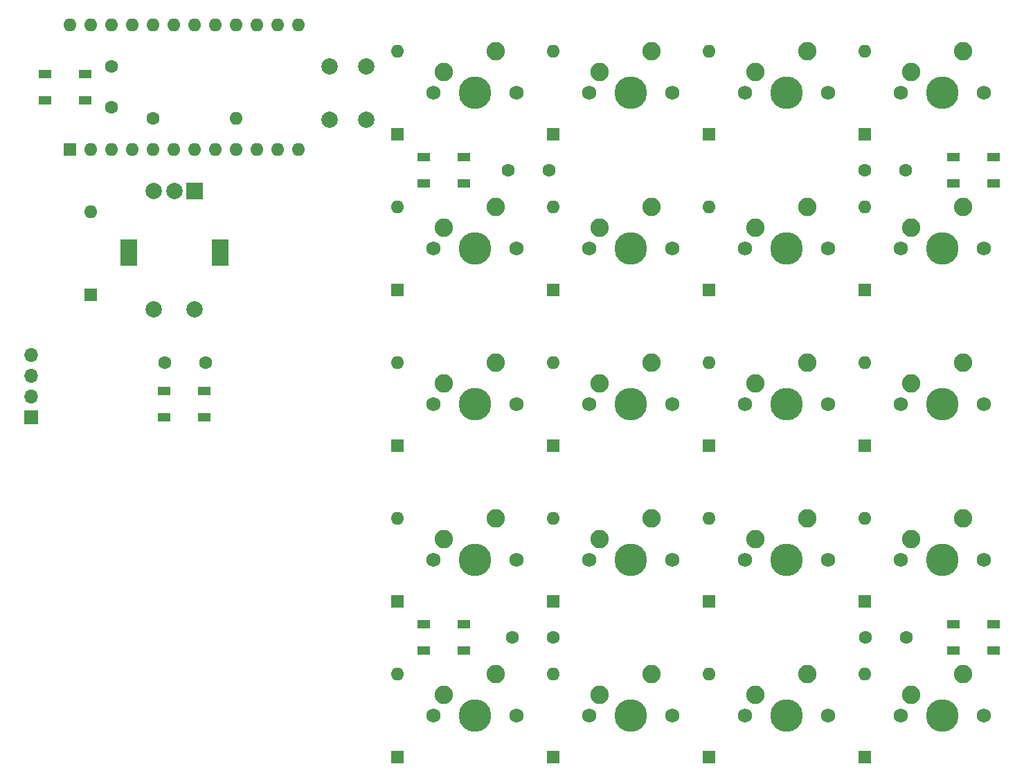
<source format=gbs>
G04 #@! TF.GenerationSoftware,KiCad,Pcbnew,(5.1.10)-1*
G04 #@! TF.CreationDate,2021-09-28T21:06:42+02:00*
G04 #@! TF.ProjectId,SheepyPad,53686565-7079-4506-9164-2e6b69636164,rev?*
G04 #@! TF.SameCoordinates,Original*
G04 #@! TF.FileFunction,Soldermask,Bot*
G04 #@! TF.FilePolarity,Negative*
%FSLAX46Y46*%
G04 Gerber Fmt 4.6, Leading zero omitted, Abs format (unit mm)*
G04 Created by KiCad (PCBNEW (5.1.10)-1) date 2021-09-28 21:06:42*
%MOMM*%
%LPD*%
G01*
G04 APERTURE LIST*
%ADD10C,1.600000*%
%ADD11O,1.600000X1.600000*%
%ADD12R,1.600000X1.600000*%
%ADD13O,1.700000X1.700000*%
%ADD14R,1.700000X1.700000*%
%ADD15R,1.500000X1.000000*%
%ADD16C,2.000000*%
%ADD17C,2.250000*%
%ADD18C,3.987800*%
%ADD19C,1.750000*%
%ADD20R,2.000000X2.000000*%
%ADD21R,2.000000X3.200000*%
G04 APERTURE END LIST*
D10*
X71755000Y-57070000D03*
X71755000Y-52070000D03*
X125269000Y-64770000D03*
X120269000Y-64770000D03*
X163830000Y-64770000D03*
X168830000Y-64770000D03*
X163910000Y-121920000D03*
X168910000Y-121920000D03*
X125730000Y-121920000D03*
X120730000Y-121920000D03*
X83232000Y-88265000D03*
X78232000Y-88265000D03*
D11*
X94615000Y-46990000D03*
X92075000Y-46990000D03*
X89535000Y-46990000D03*
D12*
X66675000Y-62230000D03*
D11*
X86995000Y-46990000D03*
X69215000Y-62230000D03*
X84455000Y-46990000D03*
X71755000Y-62230000D03*
X81915000Y-46990000D03*
X74295000Y-62230000D03*
X79375000Y-46990000D03*
X76835000Y-62230000D03*
X76835000Y-46990000D03*
X79375000Y-62230000D03*
X74295000Y-46990000D03*
X81915000Y-62230000D03*
X71755000Y-46990000D03*
X84455000Y-62230000D03*
X69215000Y-46990000D03*
X86995000Y-62230000D03*
X66675000Y-46990000D03*
X89535000Y-62230000D03*
X92075000Y-62230000D03*
X94615000Y-62230000D03*
D13*
X61925000Y-87345000D03*
X61925000Y-89885000D03*
X61925000Y-92425000D03*
D14*
X61925000Y-94965000D03*
D15*
X109945000Y-66370000D03*
X109945000Y-63170000D03*
X114845000Y-66370000D03*
X114845000Y-63170000D03*
X109945000Y-123520000D03*
X109945000Y-120320000D03*
X114845000Y-123520000D03*
X114845000Y-120320000D03*
X174715000Y-66370000D03*
X174715000Y-63170000D03*
X179615000Y-66370000D03*
X179615000Y-63170000D03*
X83095000Y-91745000D03*
X83095000Y-94945000D03*
X78195000Y-91745000D03*
X78195000Y-94945000D03*
X179615000Y-120320000D03*
X179615000Y-123520000D03*
X174715000Y-120320000D03*
X174715000Y-123520000D03*
X68490000Y-53010000D03*
X68490000Y-56210000D03*
X63590000Y-53010000D03*
X63590000Y-56210000D03*
D16*
X102870000Y-58570000D03*
X98370000Y-58570000D03*
X102870000Y-52070000D03*
X98370000Y-52070000D03*
D11*
X86995000Y-58420000D03*
D10*
X76835000Y-58420000D03*
D11*
X69151500Y-69850000D03*
D12*
X69151500Y-80010000D03*
D17*
X118745000Y-50165000D03*
D18*
X116205000Y-55245000D03*
D17*
X112395000Y-52705000D03*
D19*
X111125000Y-55245000D03*
X121285000Y-55245000D03*
D17*
X118745000Y-107315000D03*
D18*
X116205000Y-112395000D03*
D17*
X112395000Y-109855000D03*
D19*
X111125000Y-112395000D03*
X121285000Y-112395000D03*
D11*
X144780000Y-69215000D03*
D12*
X144780000Y-79375000D03*
D20*
X81915000Y-67310000D03*
D16*
X79415000Y-67310000D03*
X76915000Y-67310000D03*
D21*
X85015000Y-74810000D03*
X73815000Y-74810000D03*
D16*
X81915000Y-81810000D03*
X76915000Y-81810000D03*
D17*
X175895000Y-126365000D03*
D18*
X173355000Y-131445000D03*
D17*
X169545000Y-128905000D03*
D19*
X168275000Y-131445000D03*
X178435000Y-131445000D03*
D17*
X175895000Y-107315000D03*
D18*
X173355000Y-112395000D03*
D17*
X169545000Y-109855000D03*
D19*
X168275000Y-112395000D03*
X178435000Y-112395000D03*
D17*
X175895000Y-88265000D03*
D18*
X173355000Y-93345000D03*
D17*
X169545000Y-90805000D03*
D19*
X168275000Y-93345000D03*
X178435000Y-93345000D03*
D17*
X175895000Y-69215000D03*
D18*
X173355000Y-74295000D03*
D17*
X169545000Y-71755000D03*
D19*
X168275000Y-74295000D03*
X178435000Y-74295000D03*
D17*
X175895000Y-50165000D03*
D18*
X173355000Y-55245000D03*
D17*
X169545000Y-52705000D03*
D19*
X168275000Y-55245000D03*
X178435000Y-55245000D03*
D17*
X156845000Y-126365000D03*
D18*
X154305000Y-131445000D03*
D17*
X150495000Y-128905000D03*
D19*
X149225000Y-131445000D03*
X159385000Y-131445000D03*
D17*
X156845000Y-107315000D03*
D18*
X154305000Y-112395000D03*
D17*
X150495000Y-109855000D03*
D19*
X149225000Y-112395000D03*
X159385000Y-112395000D03*
D17*
X156845000Y-88265000D03*
D18*
X154305000Y-93345000D03*
D17*
X150495000Y-90805000D03*
D19*
X149225000Y-93345000D03*
X159385000Y-93345000D03*
D17*
X156845000Y-69215000D03*
D18*
X154305000Y-74295000D03*
D17*
X150495000Y-71755000D03*
D19*
X149225000Y-74295000D03*
X159385000Y-74295000D03*
D17*
X156845000Y-50165000D03*
D18*
X154305000Y-55245000D03*
D17*
X150495000Y-52705000D03*
D19*
X149225000Y-55245000D03*
X159385000Y-55245000D03*
D17*
X137795000Y-126365000D03*
D18*
X135255000Y-131445000D03*
D17*
X131445000Y-128905000D03*
D19*
X130175000Y-131445000D03*
X140335000Y-131445000D03*
D17*
X137795000Y-107315000D03*
D18*
X135255000Y-112395000D03*
D17*
X131445000Y-109855000D03*
D19*
X130175000Y-112395000D03*
X140335000Y-112395000D03*
D17*
X137795000Y-88265000D03*
D18*
X135255000Y-93345000D03*
D17*
X131445000Y-90805000D03*
D19*
X130175000Y-93345000D03*
X140335000Y-93345000D03*
D17*
X137795000Y-69215000D03*
D18*
X135255000Y-74295000D03*
D17*
X131445000Y-71755000D03*
D19*
X130175000Y-74295000D03*
X140335000Y-74295000D03*
D17*
X137795000Y-50165000D03*
D18*
X135255000Y-55245000D03*
D17*
X131445000Y-52705000D03*
D19*
X130175000Y-55245000D03*
X140335000Y-55245000D03*
D17*
X118745000Y-126365000D03*
D18*
X116205000Y-131445000D03*
D17*
X112395000Y-128905000D03*
D19*
X111125000Y-131445000D03*
X121285000Y-131445000D03*
D17*
X118745000Y-88265000D03*
D18*
X116205000Y-93345000D03*
D17*
X112395000Y-90805000D03*
D19*
X111125000Y-93345000D03*
X121285000Y-93345000D03*
D17*
X118745000Y-69215000D03*
D18*
X116205000Y-74295000D03*
D17*
X112395000Y-71755000D03*
D19*
X111125000Y-74295000D03*
X121285000Y-74295000D03*
D11*
X163830000Y-126365000D03*
D12*
X163830000Y-136525000D03*
D11*
X163830000Y-107315000D03*
D12*
X163830000Y-117475000D03*
D11*
X163830000Y-88265000D03*
D12*
X163830000Y-98425000D03*
D11*
X163830000Y-69215000D03*
D12*
X163830000Y-79375000D03*
D11*
X163830000Y-50165000D03*
D12*
X163830000Y-60325000D03*
D11*
X144780000Y-126365000D03*
D12*
X144780000Y-136525000D03*
D11*
X144780000Y-107315000D03*
D12*
X144780000Y-117475000D03*
D11*
X144780000Y-88265000D03*
D12*
X144780000Y-98425000D03*
D11*
X144780000Y-50165000D03*
D12*
X144780000Y-60325000D03*
D11*
X125730000Y-126365000D03*
D12*
X125730000Y-136525000D03*
D11*
X125730000Y-107315000D03*
D12*
X125730000Y-117475000D03*
D11*
X125730000Y-88265000D03*
D12*
X125730000Y-98425000D03*
D11*
X125730000Y-69215000D03*
D12*
X125730000Y-79375000D03*
D11*
X125730000Y-50165000D03*
D12*
X125730000Y-60325000D03*
D11*
X106680000Y-126365000D03*
D12*
X106680000Y-136525000D03*
D11*
X106680000Y-107315000D03*
D12*
X106680000Y-117475000D03*
D11*
X106680000Y-88265000D03*
D12*
X106680000Y-98425000D03*
D11*
X106680000Y-69215000D03*
D12*
X106680000Y-79375000D03*
D11*
X106680000Y-50165000D03*
D12*
X106680000Y-60325000D03*
M02*

</source>
